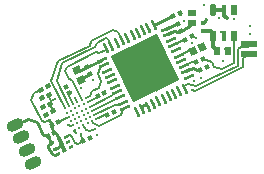
<source format=gbl>
G04*
G04 #@! TF.GenerationSoftware,Altium Limited,Altium Designer,19.0.15 (446)*
G04*
G04 Layer_Physical_Order=4*
G04 Layer_Color=16711680*
%FSLAX42Y42*%
%MOMM*%
G71*
G01*
G75*
%ADD11C,0.25*%
%ADD12C,0.15*%
%ADD18R,1.47X0.60*%
G04:AMPARAMS|DCode=23|XSize=0.35mm|YSize=0.44mm|CornerRadius=0mm|HoleSize=0mm|Usage=FLASHONLY|Rotation=116.000|XOffset=0mm|YOffset=0mm|HoleType=Round|Shape=Rectangle|*
%AMROTATEDRECTD23*
4,1,4,0.27,-0.06,-0.12,-0.25,-0.27,0.06,0.12,0.25,0.27,-0.06,0.0*
%
%ADD23ROTATEDRECTD23*%

G04:AMPARAMS|DCode=24|XSize=0.64mm|YSize=0.6mm|CornerRadius=0mm|HoleSize=0mm|Usage=FLASHONLY|Rotation=116.000|XOffset=0mm|YOffset=0mm|HoleType=Round|Shape=Rectangle|*
%AMROTATEDRECTD24*
4,1,4,0.41,-0.16,-0.13,-0.42,-0.41,0.16,0.13,0.42,0.41,-0.16,0.0*
%
%ADD24ROTATEDRECTD24*%

G04:AMPARAMS|DCode=27|XSize=0.35mm|YSize=0.4mm|CornerRadius=0mm|HoleSize=0mm|Usage=FLASHONLY|Rotation=116.000|XOffset=0mm|YOffset=0mm|HoleType=Round|Shape=Rectangle|*
%AMROTATEDRECTD27*
4,1,4,0.26,-0.07,-0.10,-0.24,-0.26,0.07,0.10,0.24,0.26,-0.07,0.0*
%
%ADD27ROTATEDRECTD27*%

G04:AMPARAMS|DCode=28|XSize=0.35mm|YSize=0.4mm|CornerRadius=0mm|HoleSize=0mm|Usage=FLASHONLY|Rotation=206.000|XOffset=0mm|YOffset=0mm|HoleType=Round|Shape=Rectangle|*
%AMROTATEDRECTD28*
4,1,4,0.07,0.26,0.24,-0.10,-0.07,-0.26,-0.24,0.10,0.07,0.26,0.0*
%
%ADD28ROTATEDRECTD28*%

G04:AMPARAMS|DCode=30|XSize=0.64mm|YSize=0.6mm|CornerRadius=0mm|HoleSize=0mm|Usage=FLASHONLY|Rotation=26.000|XOffset=0mm|YOffset=0mm|HoleType=Round|Shape=Rectangle|*
%AMROTATEDRECTD30*
4,1,4,-0.16,-0.41,-0.42,0.13,0.16,0.41,0.42,-0.13,-0.16,-0.41,0.0*
%
%ADD30ROTATEDRECTD30*%

%ADD67C,0.30*%
%ADD69C,0.20*%
G04:AMPARAMS|DCode=71|XSize=0.9mm|YSize=1.5mm|CornerRadius=0mm|HoleSize=0mm|Usage=FLASHONLY|Rotation=116.000|XOffset=0mm|YOffset=0mm|HoleType=Round|Shape=Round|*
%AMOVALD71*
21,1,0.60,0.90,0.00,0.00,206.0*
1,1,0.90,0.27,0.13*
1,1,0.90,-0.27,-0.13*
%
%ADD71OVALD71*%

%ADD72C,0.30*%
%ADD73C,0.24*%
%ADD74R,0.40X0.93*%
%ADD75R,0.52X0.93*%
G04:AMPARAMS|DCode=76|XSize=0.52mm|YSize=0.93mm|CornerRadius=0mm|HoleSize=0mm|Usage=FLASHONLY|Rotation=180.000|XOffset=0mm|YOffset=0mm|HoleType=Round|Shape=Octagon|*
%AMOCTAGOND76*
4,1,8,0.13,-0.47,-0.13,-0.47,-0.26,-0.34,-0.26,0.34,-0.13,0.47,0.13,0.47,0.26,0.34,0.26,-0.34,0.13,-0.47,0.0*
%
%ADD76OCTAGOND76*%

%ADD77R,0.35X0.44*%
%ADD78R,0.60X0.64*%
%ADD79P,6.15X4X341.0*%
G04:AMPARAMS|DCode=80|XSize=0.25mm|YSize=0.9mm|CornerRadius=0mm|HoleSize=0mm|Usage=FLASHONLY|Rotation=296.000|XOffset=0mm|YOffset=0mm|HoleType=Round|Shape=Rectangle|*
%AMROTATEDRECTD80*
4,1,4,-0.46,-0.08,0.35,0.31,0.46,0.08,-0.35,-0.31,-0.46,-0.08,0.0*
%
%ADD80ROTATEDRECTD80*%

G04:AMPARAMS|DCode=81|XSize=0.25mm|YSize=0.9mm|CornerRadius=0mm|HoleSize=0mm|Usage=FLASHONLY|Rotation=206.000|XOffset=0mm|YOffset=0mm|HoleType=Round|Shape=Rectangle|*
%AMROTATEDRECTD81*
4,1,4,-0.08,0.46,0.31,-0.35,0.08,-0.46,-0.31,0.35,-0.08,0.46,0.0*
%
%ADD81ROTATEDRECTD81*%

%ADD82R,0.64X0.60*%
G04:AMPARAMS|DCode=83|XSize=0.25mm|YSize=0.35mm|CornerRadius=0mm|HoleSize=0mm|Usage=FLASHONLY|Rotation=116.000|XOffset=0mm|YOffset=0mm|HoleType=Round|Shape=Rectangle|*
%AMROTATEDRECTD83*
4,1,4,0.21,-0.04,-0.10,-0.19,-0.21,0.04,0.10,0.19,0.21,-0.04,0.0*
%
%ADD83ROTATEDRECTD83*%

G04:AMPARAMS|DCode=84|XSize=1.26mm|YSize=0.35mm|CornerRadius=0mm|HoleSize=0mm|Usage=FLASHONLY|Rotation=116.000|XOffset=0mm|YOffset=0mm|HoleType=Round|Shape=Rectangle|*
%AMROTATEDRECTD84*
4,1,4,0.43,-0.49,0.12,-0.64,-0.43,0.49,-0.12,0.64,0.43,-0.49,0.0*
%
%ADD84ROTATEDRECTD84*%

%ADD85C,0.20*%
D11*
X-465Y340D02*
X-440Y365D01*
Y372D01*
X-465Y340D02*
X-462Y338D01*
X-440Y-35D02*
X-435D01*
X-434Y-36D01*
X-518Y-60D02*
X-490Y-63D01*
X-553Y-48D02*
X-518Y-60D01*
X-606Y-74D02*
X-553Y-48D01*
X-590Y300D02*
X-558Y336D01*
X-651Y270D02*
X-590Y300D01*
X-1513Y-70D02*
X-1447Y-38D01*
X-1536Y-60D02*
X-1522Y-53D01*
X-1527Y-68D02*
X-1516Y-71D01*
X-1542Y-62D02*
X-1536Y-60D01*
X-967Y-361D02*
X-944Y-350D01*
X-989Y-372D02*
X-967Y-361D01*
X-944Y-350D02*
X-933Y-372D01*
X-989Y-372D02*
X-978Y-394D01*
X-1527Y-68D02*
X-1527Y-68D01*
X-1534Y-65D02*
X-1527Y-68D01*
X-1527Y-68D02*
X-1527Y-68D01*
X-1542Y-62D02*
X-1534Y-65D01*
X-2058Y-525D02*
X-1950Y-473D01*
X-1869Y-501D01*
X-2067Y-507D02*
X-2060Y-510D01*
X-1816Y-609D02*
X-1778Y-622D01*
X-1869Y-501D02*
X-1816Y-609D01*
X-1718Y-727D02*
X-1662Y-699D01*
X-1778Y-622D02*
X-1751Y-678D01*
X-882Y320D02*
X-723Y398D01*
X-1773Y-698D02*
X-1740Y-682D01*
X-1778Y-711D02*
X-1773Y-698D01*
X-1778Y-711D02*
X-1747Y-774D01*
X-1721Y-784D01*
X-1696Y-772D01*
X-1751Y-678D02*
X-1740Y-682D01*
X-1710Y-599D02*
X-1662Y-699D01*
X-1722Y-595D02*
X-1710Y-599D01*
X-1767Y-485D02*
X-1746Y-529D01*
X-1750Y-540D02*
X-1746Y-529D01*
X-1750Y-540D02*
X-1722Y-595D01*
X-1542Y-62D02*
X-1542Y-62D01*
X-1516Y-71D02*
X-1513Y-70D01*
X-1489Y-127D02*
X-1422Y-95D01*
X-1489Y-127D02*
Y-127D01*
X-723Y398D02*
X-717Y396D01*
X-1495Y-144D02*
X-1489Y-127D01*
X-1447Y-38D02*
X-1446Y-38D01*
X-1321Y23D01*
X-863Y-232D02*
X-861Y-233D01*
X-897Y-332D02*
X-888Y-350D01*
X-759Y241D02*
X-706Y267D01*
X-781Y286D02*
X-691Y330D01*
X-677Y258D02*
X-651Y270D01*
X-706Y267D02*
X-677Y258D01*
D12*
X-562Y224D02*
X-522Y208D01*
X-562Y224D02*
X-558Y220D01*
X-467Y30D02*
X-392Y8D01*
X-470Y134D02*
X-447Y125D01*
X-370Y-38D02*
X-307Y-57D01*
X-392Y8D02*
X-370Y-38D01*
X-555Y8D02*
X-523Y3D01*
X-628Y-29D02*
X-555Y8D01*
X-562Y224D02*
X-562Y224D01*
X-130Y40D02*
X-65Y72D01*
X-534Y-237D02*
X-130Y-40D01*
Y40D01*
X-525Y-199D02*
X-390Y-133D01*
X-590Y-180D02*
X-525Y-199D01*
X-627Y-200D02*
X-590Y-180D01*
X-627Y-200D02*
X-619Y-219D01*
X-558Y-229D02*
X-534Y-237D01*
X-307Y-57D02*
X-200Y-6D01*
X-201Y50D02*
X-200Y-6D01*
X-390Y-133D02*
X-168Y-24D01*
Y112D02*
X-145Y135D01*
X-87D01*
X-65Y157D01*
X-168Y-24D02*
Y112D01*
X-201Y50D02*
Y230D01*
X-674Y-220D02*
X-664Y-241D01*
X-763Y-266D02*
X-753Y-285D01*
X-584Y-118D02*
X-560Y-106D01*
X-1275Y-444D02*
X-1270Y-453D01*
X-1353Y-282D02*
X-1349Y-290D01*
X-1278Y-436D02*
X-1275Y-444D01*
X-1369Y-478D02*
X-1280Y-435D01*
X-1439Y-335D02*
X-1350Y-291D01*
X-1608Y-262D02*
X-1564Y-351D01*
X-1425Y140D02*
X-1409Y186D01*
X-1689Y11D02*
X-1425Y140D01*
X-1748Y-158D02*
X-1689Y11D01*
X-1230Y274D02*
X-1185Y259D01*
X-1409Y186D02*
X-1230Y274D01*
X-1748Y-158D02*
X-1636Y-386D01*
X-1801Y-501D02*
X-1767Y-485D01*
X-1830Y-492D02*
X-1801Y-501D01*
X-1917Y-312D02*
X-1830Y-492D01*
X-1917Y-312D02*
X-1899Y-259D01*
X-1838Y-229D01*
X-1599Y-258D02*
X-1581Y-249D01*
X-1266Y197D02*
X-1241Y145D01*
X-1185Y259D02*
X-1151Y189D01*
X-619Y-219D02*
X-609Y-239D01*
X-1584Y-539D02*
X-1566Y-530D01*
X-1611Y-530D02*
X-1584Y-539D01*
X-1553Y-580D02*
X-1544Y-597D01*
X-1776Y-277D02*
X-1754Y-321D01*
X-1763Y-348D02*
X-1754Y-321D01*
X-1822Y-377D02*
X-1819Y-376D01*
X-1763Y-348D02*
X-1733Y-411D01*
X-1791Y-440D02*
X-1789Y-439D01*
X-1733Y-413D02*
X-1733Y-411D01*
X-1419Y-581D02*
X-1383Y-563D01*
X-1396Y-514D02*
X-1342Y-532D01*
X-1405Y-496D02*
X-1396Y-514D01*
X-1342Y-532D02*
X-1163Y-445D01*
X-1403Y-407D02*
X-1167Y-292D01*
X-1421Y-281D02*
X-1407Y-241D01*
X-1456Y-299D02*
X-1421Y-281D01*
X-1553Y-580D02*
X-1549Y-566D01*
X-1356Y-94D02*
X-1338Y-41D01*
X-1356Y-94D02*
X-1325Y-157D01*
X-1344Y-210D02*
X-1325Y-157D01*
X-1407Y-241D02*
X-1344Y-210D01*
X-1705Y-153D02*
X-1655Y-6D01*
X-1362Y170D02*
X-1290Y205D01*
X-1655Y-6D02*
X-1376Y130D01*
X-1362Y170D01*
X-1368Y90D02*
X-1341Y80D01*
X-1619Y-33D02*
X-1368Y90D01*
X-1633Y-73D02*
X-1619Y-33D01*
X-1633Y-73D02*
X-1602Y-136D01*
X-1576Y-145D01*
X-1492Y-316D01*
X-1117Y232D02*
X-1106Y211D01*
X-1690Y-502D02*
X-1601Y-458D01*
X-1459Y-567D02*
X-1419Y-581D01*
X-1477Y-531D02*
X-1459Y-567D01*
X-1546Y-298D02*
X-1528Y-334D01*
X-1705Y-153D02*
X-1600Y-369D01*
X-1145Y-392D02*
X-1123Y-382D01*
X-1163Y-445D02*
X-1145Y-392D01*
X-1338Y-41D02*
X-1299Y-22D01*
X-1350Y-291D02*
X-1349Y-290D01*
X-1280Y-435D02*
X-1278Y-436D01*
X-1193Y-360D02*
X-1145Y-337D01*
X-1207Y-355D02*
X-1193Y-360D01*
X-1386Y-443D02*
X-1207Y-355D01*
X-1237Y-270D02*
X-1189Y-247D01*
X-1404Y-407D02*
X-1403Y-407D01*
X-467Y30D02*
X-462Y25D01*
X-927Y298D02*
X-917Y278D01*
X-584Y-119D02*
X-584Y-118D01*
X-1290Y205D02*
X-1266Y197D01*
X-1341Y80D02*
X-1287Y107D01*
X-1196Y167D02*
X-1195Y165D01*
X-1032Y-398D02*
X-1023Y-416D01*
X-717Y-245D02*
X-709Y-263D01*
X-972Y277D02*
X-963Y259D01*
X-716Y151D02*
X-627Y194D01*
X-672Y61D02*
X-574Y109D01*
X-574Y109D01*
X-627Y194D02*
X-613Y190D01*
X-1754Y-321D02*
X-1720Y-305D01*
X-1242Y-283D02*
X-1237Y-270D01*
X-1421Y-371D02*
X-1242Y-283D01*
D18*
X-71Y72D02*
D03*
Y157D02*
D03*
D23*
X-1733Y-411D02*
D03*
X-1791Y-440D02*
D03*
X-1763Y-348D02*
D03*
X-1822Y-377D02*
D03*
X-1768Y-271D02*
D03*
X-1827Y-299D02*
D03*
X-1780Y-200D02*
D03*
X-1838Y-229D02*
D03*
D24*
X-550Y96D02*
D03*
X-470Y134D02*
D03*
D27*
X-661Y423D02*
D03*
X-717Y396D02*
D03*
X-434Y-36D02*
D03*
X-490Y-64D02*
D03*
X-1479Y-666D02*
D03*
X-1423Y-638D02*
D03*
X-523Y3D02*
D03*
X-467Y30D02*
D03*
X-618Y196D02*
D03*
X-562Y224D02*
D03*
X-1220Y-417D02*
D03*
X-1275Y-444D02*
D03*
X-1778Y-622D02*
D03*
X-1722Y-595D02*
D03*
X-1690Y-502D02*
D03*
X-1746Y-529D02*
D03*
X-1299Y-255D02*
D03*
X-1354Y-282D02*
D03*
D28*
X-1447Y-38D02*
D03*
X-1420Y-93D02*
D03*
X-679Y326D02*
D03*
X-651Y270D02*
D03*
X-1599Y-258D02*
D03*
X-1626Y-202D02*
D03*
D30*
X-1495Y-144D02*
D03*
X-1534Y-65D02*
D03*
D67*
X-285Y396D02*
X-265Y376D01*
X-290Y423D02*
Y450D01*
X-379D02*
X-290D01*
X-285Y396D02*
Y423D01*
X-290Y450D02*
X-285Y445D01*
X-390Y428D02*
X-379Y438D01*
X-285Y423D02*
Y445D01*
X-379Y438D02*
Y450D01*
X-290Y203D02*
Y230D01*
X-379Y429D02*
Y438D01*
X-490Y-63D02*
X-490Y-64D01*
X-270Y114D02*
X-259Y102D01*
X-460Y270D02*
X-399D01*
X-379Y250D01*
Y137D02*
Y230D01*
Y137D02*
X-346Y104D01*
Y102D02*
Y104D01*
X-379Y230D02*
Y250D01*
X-462Y272D02*
X-460Y270D01*
D69*
X-1500Y-622D02*
X-1495Y-607D01*
X-1500Y-622D02*
X-1479Y-666D01*
X-1523Y-687D02*
X-1479Y-666D01*
X-1550Y-678D02*
X-1523Y-687D01*
X-1573Y-631D02*
X-1550Y-678D01*
X-1574Y-630D02*
X-1573Y-631D01*
X-1577Y-624D02*
X-1574Y-630D01*
X-1603Y-615D02*
X-1577Y-624D01*
X-1627Y-627D02*
X-1603Y-615D01*
D71*
X-2058Y-525D02*
D03*
X-2005Y-633D02*
D03*
X-1953Y-741D02*
D03*
X-1900Y-849D02*
D03*
D72*
X-265Y376D02*
D03*
X-310Y258D02*
D03*
X-333Y375D02*
D03*
X-522Y208D02*
D03*
X-457Y485D02*
D03*
X-555Y422D02*
D03*
X-440Y372D02*
D03*
X-203Y370D02*
D03*
X-67Y247D02*
D03*
X-64Y312D02*
D03*
X-292Y12D02*
D03*
X-478Y-130D02*
D03*
X-447Y125D02*
D03*
X-440Y-35D02*
D03*
X-490Y-63D02*
D03*
X-540Y-152D02*
D03*
X-562Y167D02*
D03*
X-243Y97D02*
D03*
X-627Y355D02*
D03*
X-655Y408D02*
D03*
X-679Y326D02*
D03*
X-1827Y-278D02*
D03*
X-1777Y-188D02*
D03*
X-715Y395D02*
D03*
X-558Y-229D02*
D03*
X-652Y-266D02*
D03*
X-763Y-266D02*
D03*
X-560Y-106D02*
D03*
X-1397Y-147D02*
D03*
X-1544Y-597D02*
D03*
X-1611Y-530D02*
D03*
X-1295Y-242D02*
D03*
X-1353Y-282D02*
D03*
X-1496Y-218D02*
D03*
X-1819Y-376D02*
D03*
X-1789Y-439D02*
D03*
X-1415Y-635D02*
D03*
X-1383Y-563D02*
D03*
X-1495Y-607D02*
D03*
X-1767Y-483D02*
D03*
X-1646Y-747D02*
D03*
X-1691Y-502D02*
D03*
X-1522Y-53D02*
D03*
X-1117Y232D02*
D03*
X-1360Y-608D02*
D03*
X-1546Y-298D02*
D03*
X-1422Y-95D02*
D03*
X-1220Y-417D02*
D03*
X-1270Y-453D02*
D03*
X-1581Y-249D02*
D03*
X-1626Y-202D02*
D03*
X-1224Y115D02*
D03*
X-917Y278D02*
D03*
X-816Y-152D02*
D03*
X-1341Y80D02*
D03*
X-1195Y165D02*
D03*
X-1096Y-91D02*
D03*
X-1083Y-172D02*
D03*
X-912Y-46D02*
D03*
X-861Y-233D02*
D03*
X-897Y-332D02*
D03*
X-1032Y-398D02*
D03*
X-967Y-361D02*
D03*
X-717Y-245D02*
D03*
X-963Y259D02*
D03*
X-955Y163D02*
D03*
X-743Y-29D02*
D03*
X-668Y7D02*
D03*
X-787Y61D02*
D03*
X-712Y97D02*
D03*
X-831Y150D02*
D03*
X-756Y187D02*
D03*
X-1720Y-305D02*
D03*
X-1130Y-32D02*
D03*
X-1015Y-127D02*
D03*
X-982Y-73D02*
D03*
X-1127Y32D02*
D03*
X-1182Y5D02*
D03*
X-885Y85D02*
D03*
X-968Y77D02*
D03*
D73*
X-1548Y-477D02*
D03*
X-1530Y-513D02*
D03*
X-1457Y-388D02*
D03*
X-1494Y-495D02*
D03*
X-1458Y-478D02*
D03*
X-1475Y-352D02*
D03*
X-1529Y-423D02*
D03*
X-1493Y-406D02*
D03*
D74*
X-290Y230D02*
D03*
X-290Y450D02*
D03*
D75*
X-201Y230D02*
D03*
X-379D02*
D03*
X-201Y450D02*
D03*
D76*
X-379D02*
D03*
D77*
X-462Y338D02*
D03*
Y272D02*
D03*
D78*
X-256Y102D02*
D03*
X-344D02*
D03*
D79*
X-952Y-48D02*
D03*
D80*
X-1321Y23D02*
D03*
X-1299Y-22D02*
D03*
X-1277Y-67D02*
D03*
X-1255Y-112D02*
D03*
X-1233Y-157D02*
D03*
X-1211Y-202D02*
D03*
X-1189Y-247D02*
D03*
X-1167Y-292D02*
D03*
X-1145Y-337D02*
D03*
X-1123Y-382D02*
D03*
X-584Y-119D02*
D03*
X-606Y-74D02*
D03*
X-628Y-29D02*
D03*
X-650Y16D02*
D03*
X-672Y61D02*
D03*
X-694Y106D02*
D03*
X-716Y151D02*
D03*
X-738Y196D02*
D03*
X-759Y241D02*
D03*
X-781Y286D02*
D03*
D81*
X-1023Y-416D02*
D03*
X-978Y-394D02*
D03*
X-933Y-372D02*
D03*
X-888Y-350D02*
D03*
X-843Y-328D02*
D03*
X-798Y-307D02*
D03*
X-753Y-285D02*
D03*
X-709Y-263D02*
D03*
X-664Y-241D02*
D03*
X-619Y-219D02*
D03*
X-882Y320D02*
D03*
X-927Y298D02*
D03*
X-972Y277D02*
D03*
X-1017Y255D02*
D03*
X-1061Y233D02*
D03*
X-1106Y211D02*
D03*
X-1151Y189D02*
D03*
X-1196Y167D02*
D03*
X-1241Y145D02*
D03*
X-1286Y123D02*
D03*
D82*
X-558Y336D02*
D03*
X-558Y424D02*
D03*
D83*
X-1718Y-727D02*
D03*
X-1740Y-682D02*
D03*
X-1696Y-772D02*
D03*
X-1584Y-717D02*
D03*
X-1605Y-672D02*
D03*
X-1627Y-627D02*
D03*
D84*
X-1662Y-699D02*
D03*
D85*
X-1369Y-478D02*
D03*
X-1386Y-443D02*
D03*
X-1404Y-407D02*
D03*
X-1421Y-371D02*
D03*
X-1439Y-335D02*
D03*
X-1456Y-299D02*
D03*
X-1405Y-496D02*
D03*
X-1422Y-460D02*
D03*
X-1440Y-424D02*
D03*
X-1457Y-388D02*
D03*
X-1475Y-352D02*
D03*
X-1492Y-316D02*
D03*
X-1441Y-514D02*
D03*
X-1458Y-478D02*
D03*
X-1476Y-442D02*
D03*
X-1493Y-406D02*
D03*
X-1511Y-370D02*
D03*
X-1528Y-334D02*
D03*
X-1477Y-531D02*
D03*
X-1494Y-495D02*
D03*
X-1512Y-459D02*
D03*
X-1529Y-423D02*
D03*
X-1547Y-387D02*
D03*
X-1564Y-351D02*
D03*
X-1513Y-549D02*
D03*
X-1530Y-513D02*
D03*
X-1548Y-477D02*
D03*
X-1565Y-441D02*
D03*
X-1583Y-405D02*
D03*
X-1600Y-369D02*
D03*
X-1549Y-566D02*
D03*
X-1566Y-530D02*
D03*
X-1584Y-494D02*
D03*
X-1601Y-458D02*
D03*
X-1619Y-422D02*
D03*
X-1636Y-386D02*
D03*
M02*

</source>
